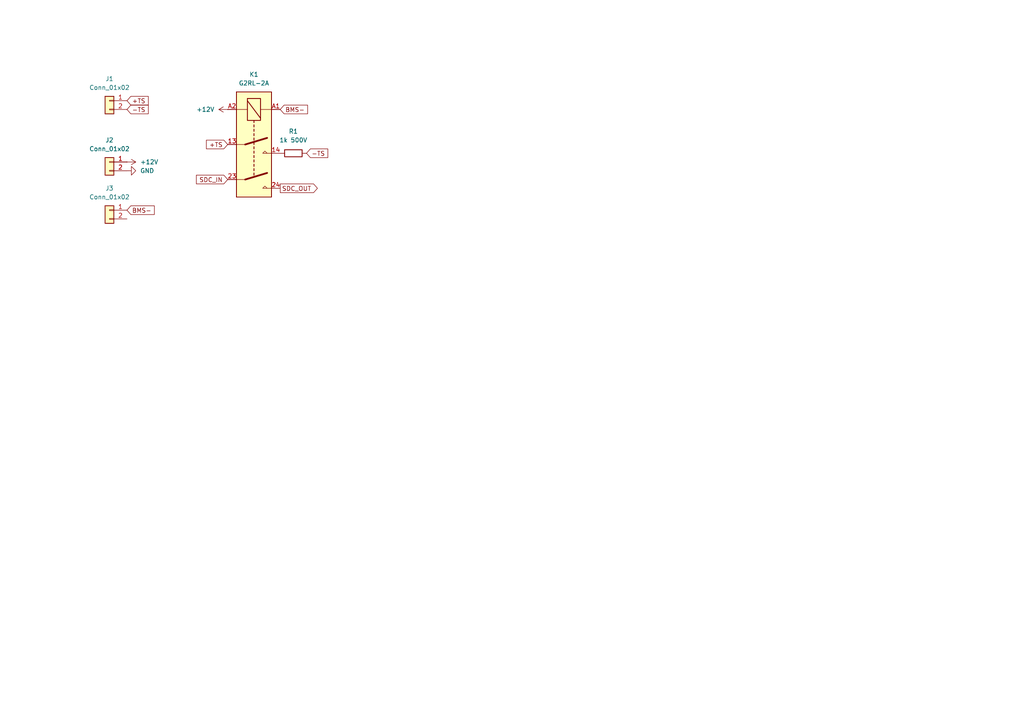
<source format=kicad_sch>
(kicad_sch (version 20250114) (generator "eeschema") (generator_version "9.0")
  (paper "A4")
  (lib_symbols
    (symbol "Connector_Generic:Conn_01x02" (pin_names (offset 1.016) (hide yes))
      (property "Reference" "J" (at 0 2.54 0))
      (property "Value" "Conn_01x02" (at 0 -5.08 0))
      (symbol "Conn_01x02_1_1"
        (rectangle (start -1.27 1.27) (end 1.27 -3.81) (stroke (width 0.254)) (fill (type background)))
        (rectangle (start -1.27 0.127) (end 0 -0.127) (stroke (width 0.1524)))
        (rectangle (start -1.27 -2.413) (end 0 -2.667) (stroke (width 0.1524)))
        (pin passive line (at -5.08 0 0) (length 3.81) (name "Pin_1") (number "1"))
        (pin passive line (at -5.08 -2.54 0) (length 3.81) (name "Pin_2") (number "2"))
      )
    )
    (symbol "Device:R" (pin_numbers (hide yes)) (pin_names (offset 0))
      (property "Reference" "R" (at 2.032 0 90))
      (property "Value" "R" (at 0 0 90))
      (symbol "R_0_1"
        (rectangle (start -1.016 -2.54) (end 1.016 2.54) (stroke (width 0.254)))
      )
      (symbol "R_1_1"
        (pin passive line (at 0 3.81 270) (length 1.27) (name "~") (number "1"))
        (pin passive line (at 0 -3.81 90) (length 1.27) (name "~") (number "2"))
      )
    )
    (symbol "Relay:G2RL-2A"
      (property "Reference" "K" (at 16.51 3.81 0))
      (property "Value" "G2RL-2A" (at 16.51 1.27 0))
      (symbol "G2RL-2A_0_1"
        (rectangle (start -15.24 5.08) (end 15.24 -5.08) (stroke (width 0.254)) (fill (type background)))
        (rectangle (start -13.335 1.905) (end -6.985 -1.905) (stroke (width 0.254)))
        (polyline (pts (xy -12.7 -1.905) (xy -7.62 1.905)) (stroke (width 0.254)))
        (polyline (pts (xy -10.16 5.08) (xy -10.16 1.905)))
        (polyline (pts (xy -10.16 -5.08) (xy -10.16 -1.905)))
        (polyline (pts (xy -6.985 0) (xy -6.35 0)) (stroke (width 0.254)))
        (polyline (pts (xy -5.715 0) (xy -5.08 0)) (stroke (width 0.254)))
        (polyline (pts (xy -4.445 0) (xy -3.81 0)) (stroke (width 0.254)))
        (polyline (pts (xy -3.175 0) (xy -2.54 0)) (stroke (width 0.254)))
        (polyline (pts (xy -1.905 0) (xy -1.27 0)) (stroke (width 0.254)))
        (polyline (pts (xy -0.635 0) (xy 0 0)) (stroke (width 0.254)))
        (polyline (pts (xy 0 -2.54) (xy -1.905 3.81)) (stroke (width 0.508)))
        (polyline (pts (xy 0 -2.54) (xy 0 -5.08)))
        (polyline (pts (xy 0.635 0) (xy 1.27 0)) (stroke (width 0.254)))
        (polyline (pts (xy 1.905 0) (xy 2.54 0)) (stroke (width 0.254)))
        (polyline (pts (xy 2.54 5.08) (xy 2.54 2.54) (xy 1.905 3.175) (xy 2.54 3.81)))
        (polyline (pts (xy 3.175 0) (xy 3.81 0)) (stroke (width 0.254)))
        (polyline (pts (xy 4.445 0) (xy 5.08 0)) (stroke (width 0.254)))
        (polyline (pts (xy 5.715 0) (xy 6.35 0)) (stroke (width 0.254)))
        (polyline (pts (xy 6.985 0) (xy 7.62 0)) (stroke (width 0.254)))
        (polyline (pts (xy 8.255 0) (xy 8.89 0)) (stroke (width 0.254)))
        (polyline (pts (xy 10.16 -2.54) (xy 8.255 3.81)) (stroke (width 0.508)))
        (polyline (pts (xy 10.16 -2.54) (xy 10.16 -5.08)))
        (polyline (pts (xy 12.7 5.08) (xy 12.7 2.54) (xy 12.065 3.175) (xy 12.7 3.81)))
      )
      (symbol "G2RL-2A_1_1"
        (pin passive line (at -10.16 7.62 270) (length 2.54) (name "~") (number "A1"))
        (pin passive line (at -10.16 -7.62 90) (length 2.54) (name "~") (number "A2"))
        (pin passive line (at 0 -7.62 90) (length 2.54) (name "~") (number "13"))
        (pin passive line (at 2.54 7.62 270) (length 2.54) (name "~") (number "14"))
        (pin passive line (at 10.16 -7.62 90) (length 2.54) (name "~") (number "23"))
        (pin passive line (at 12.7 7.62 270) (length 2.54) (name "~") (number "24"))
      )
    )
    (symbol "power:+12V" (power) (pin_numbers (hide yes)) (pin_names (offset 0) (hide yes))
      (property "Value" "+12V" (at 0 3.556 0))
      (symbol "+12V_0_1"
        (polyline (pts (xy -0.762 1.27) (xy 0 2.54)))
        (polyline (pts (xy 0 2.54) (xy 0.762 1.27)))
        (polyline (pts (xy 0 0) (xy 0 2.54)))
      )
      (symbol "+12V_1_1"
        (pin power_in line (at 0 0 90) (length 0) (name "~") (number "1"))
      )
    )
    (symbol "power:GND" (power) (pin_numbers (hide yes)) (pin_names (offset 0) (hide yes))
      (property "Value" "GND" (at 0 -3.81 0))
      (symbol "GND_0_1"
        (polyline (pts (xy 0 0) (xy 0 -1.27) (xy 1.27 -1.27) (xy 0 -2.54) (xy -1.27 -1.27) (xy 0 -1.27)))
      )
      (symbol "GND_1_1"
        (pin power_in line (at 0 0 270) (length 0) (name "~") (number "1"))
      )
    )
  )
  (global_label "-TS" (shape input) (at 88.9 44.45 0) (property "Intersheetrefs" "${INTERSHEET_REFS}" (effects (hide yes))))
  (global_label "BMS-" (shape input) (at 36.83 60.96 0) (property "Intersheetrefs" "${INTERSHEET_REFS}" (effects (hide yes))))
  (global_label "+TS" (shape input) (at 66.04 41.91 180) (property "Intersheetrefs" "${INTERSHEET_REFS}" (effects (hide yes))))
  (global_label "+TS" (shape input) (at 36.83 29.21 0) (property "Intersheetrefs" "${INTERSHEET_REFS}" (effects (hide yes))))
  (global_label "-TS" (shape input) (at 36.83 31.75 0) (property "Intersheetrefs" "${INTERSHEET_REFS}" (effects (hide yes))))
  (global_label "SDC_OUT" (shape output) (at 81.28 54.61 0) (property "Intersheetrefs" "${INTERSHEET_REFS}" (effects (hide yes))))
  (global_label "BMS-" (shape input) (at 81.28 31.75 0) (property "Intersheetrefs" "${INTERSHEET_REFS}" (effects (hide yes))))
  (global_label "SDC_IN" (shape input) (at 66.04 52.07 180) (property "Intersheetrefs" "${INTERSHEET_REFS}" (effects (hide yes))))
  (symbol (lib_id "Connector_Generic:Conn_01x02") (at 31.75 60.96 0) (mirror y) (unit 1)
    (property "Reference" "J3" (at 31.75 54.61 0))
    (property "Value" "Conn_01x02" (at 31.75 57.15 0))
    (property "Description" "Generic connector, single row, 01x02, script generated (kicad-library-utils/schlib/autogen/connector/)" (effects (hide yes)))
  )
  (symbol (lib_id "Relay:G2RL-2A") (at 73.66 41.91 270) (unit 1)
    (property "Reference" "K1" (at 73.66 21.59 90))
    (property "Value" "G2RL-2A" (at 73.66 24.13 90))
    (property "Footprint" "Relay_THT:Relay_DPST_Omron_G2RL-2A" (effects (hide yes)))
    (property "Datasheet" "https://omronfs.omron.com/en_US/ecb/products/pdf/en-g2rl.pdf" (effects (hide yes)))
    (property "Description" "General Purpose Low Profile Relay DPST Through Hole, Omron G2RL series, Normally Open,  8A 250VAC" (effects (hide yes)))
  )
  (symbol (lib_id "Connector_Generic:Conn_01x02") (at 31.75 46.99 0) (mirror y) (unit 1)
    (property "Reference" "J2" (at 31.75 40.64 0))
    (property "Value" "Conn_01x02" (at 31.75 43.18 0))
    (property "Description" "Generic connector, single row, 01x02, script generated (kicad-library-utils/schlib/autogen/connector/)" (effects (hide yes)))
  )
  (symbol (lib_id "Connector_Generic:Conn_01x02") (at 31.75 29.21 0) (mirror y) (unit 1)
    (property "Reference" "J1" (at 31.75 22.86 0))
    (property "Value" "Conn_01x02" (at 31.75 25.4 0))
    (property "Description" "Generic connector, single row, 01x02, script generated (kicad-library-utils/schlib/autogen/connector/)" (effects (hide yes)))
  )
  (symbol (lib_id "power:GND") (at 36.83 49.53 90) (unit 1)
    (property "Reference" "#PWR02" (effects (hide yes)))
    (property "Value" "GND" (at 40.64 49.5299 90) (effects (justify right)))
    (property "Description" "Power symbol creates a global label with name \"GND\" , ground" (effects (hide yes)))
  )
  (symbol (lib_id "Device:R") (at 85.09 44.45 90) (unit 1)
    (property "Reference" "R1" (at 85.09 38.1 90))
    (property "Value" "1k 500V" (at 85.09 40.64 90))
    (property "Description" "Resistor" (effects (hide yes)))
  )
  (symbol (lib_id "power:+12V") (at 36.83 46.99 270) (unit 1)
    (property "Reference" "#PWR01" (effects (hide yes)))
    (property "Value" "+12V" (at 40.64 46.9899 90) (effects (justify left)))
    (property "Description" "Power symbol creates a global label with name \"+12V\"" (effects (hide yes)))
  )
  (symbol (lib_id "power:+12V") (at 66.04 31.75 90) (unit 1)
    (property "Reference" "#PWR05" (effects (hide yes)))
    (property "Value" "+12V" (at 62.23 31.7499 90) (effects (justify left)))
    (property "Description" "Power symbol creates a global label with name \"+12V\"" (effects (hide yes)))
  )
)
</source>
